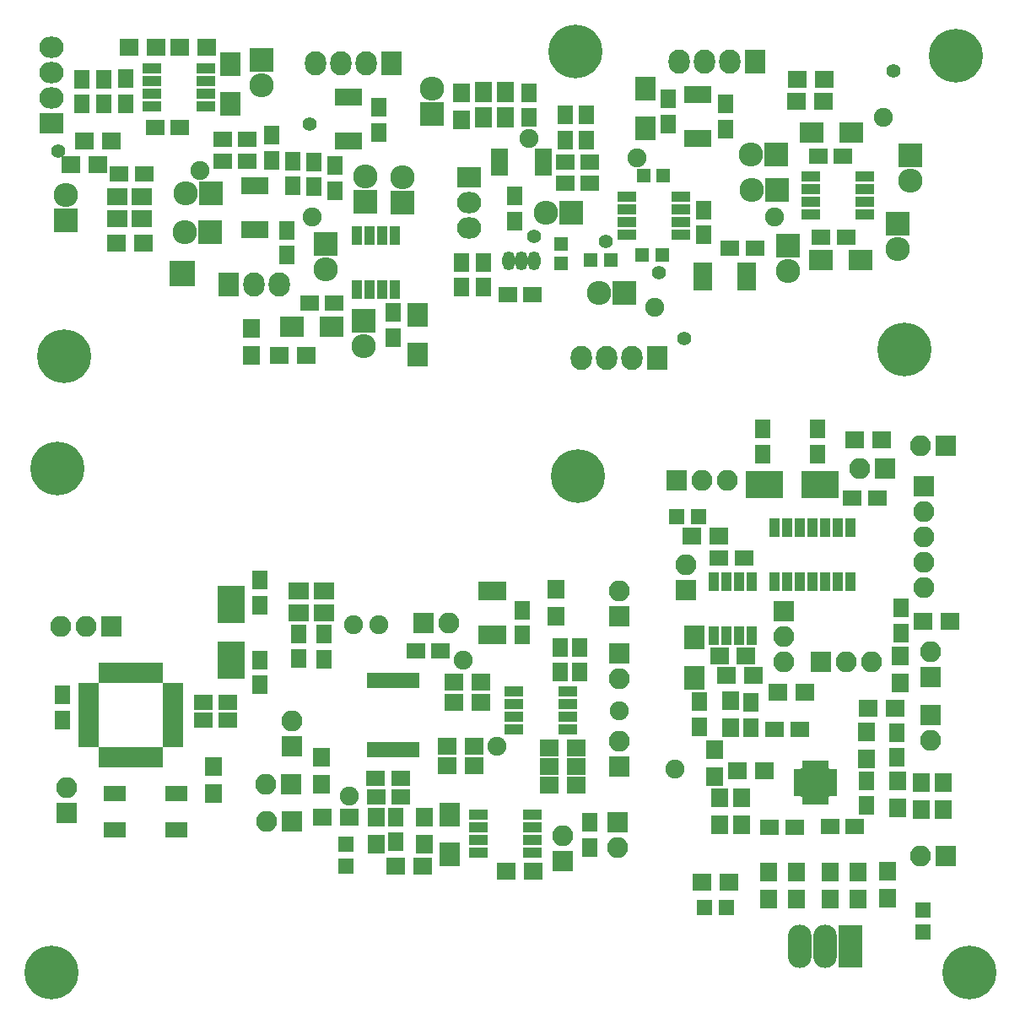
<source format=gbr>
G04 #@! TF.FileFunction,Soldermask,Top*
%FSLAX46Y46*%
G04 Gerber Fmt 4.6, Leading zero omitted, Abs format (unit mm)*
G04 Created by KiCad (PCBNEW 4.0.6) date 05/22/17 18:05:56*
%MOMM*%
%LPD*%
G01*
G04 APERTURE LIST*
%ADD10C,0.100000*%
%ADD11C,5.400000*%
%ADD12C,1.000000*%
%ADD13R,2.432000X2.432000*%
%ADD14O,2.432000X2.432000*%
%ADD15R,1.950000X1.000000*%
%ADD16R,1.650000X1.900000*%
%ADD17R,2.000000X1.800000*%
%ADD18R,1.800000X2.000000*%
%ADD19R,1.700000X1.900000*%
%ADD20R,1.900000X1.700000*%
%ADD21R,1.000000X1.950000*%
%ADD22R,1.850000X0.850000*%
%ADD23C,1.900000*%
%ADD24R,0.700000X1.800000*%
%ADD25R,1.800000X0.700000*%
%ADD26R,1.400000X1.400000*%
%ADD27O,1.299160X1.901140*%
%ADD28C,1.400000*%
%ADD29R,2.635200X2.635200*%
%ADD30R,2.127200X2.432000*%
%ADD31O,2.127200X2.432000*%
%ADD32R,2.432000X2.127200*%
%ADD33O,2.432000X2.127200*%
%ADD34R,1.900000X1.650000*%
%ADD35R,2.000000X2.400000*%
%ADD36R,2.400000X2.000000*%
%ADD37R,0.800000X1.600000*%
%ADD38R,2.100000X2.100000*%
%ADD39O,2.100000X2.100000*%
%ADD40R,2.200000X1.500000*%
%ADD41R,0.850000X1.850000*%
%ADD42R,2.800000X3.725000*%
%ADD43R,1.600000X1.600000*%
%ADD44R,2.000000X0.950000*%
%ADD45R,0.950000X2.000000*%
%ADD46R,1.000000X1.900000*%
%ADD47R,0.650000X0.900000*%
%ADD48R,0.900000X0.650000*%
%ADD49R,2.900000X2.900000*%
%ADD50R,2.380000X4.360000*%
%ADD51O,2.380000X4.360000*%
%ADD52R,3.725000X2.800000*%
G04 APERTURE END LIST*
D10*
D11*
X91690300Y-42468600D03*
D12*
X93565300Y-42468600D03*
X93016125Y-43794425D03*
X91690300Y-44343600D03*
X90364475Y-43794425D03*
X89815300Y-42468600D03*
X90364475Y-41142775D03*
X91690300Y-40593600D03*
X93016125Y-41142775D03*
D13*
X70560000Y-57580000D03*
D14*
X70560000Y-55040000D03*
D15*
X49150000Y-44195000D03*
X49150000Y-45465000D03*
X49150000Y-46735000D03*
X49150000Y-48005000D03*
X54550000Y-48005000D03*
X54550000Y-46735000D03*
X54550000Y-45465000D03*
X54550000Y-44195000D03*
D16*
X104540000Y-60850000D03*
X104540000Y-58350000D03*
D17*
X45684560Y-57053520D03*
X45684560Y-59253520D03*
X48184560Y-57053520D03*
X48184560Y-59253520D03*
D18*
X84660000Y-46530000D03*
X82460000Y-46530000D03*
X84660000Y-49030000D03*
X82460000Y-49030000D03*
D19*
X59190000Y-72960000D03*
X59190000Y-70260000D03*
D20*
X45130000Y-51450000D03*
X42430000Y-51450000D03*
X113820000Y-47440000D03*
X116520000Y-47440000D03*
X41070000Y-53810000D03*
X43770000Y-53810000D03*
X116600000Y-45250000D03*
X113900000Y-45250000D03*
X64620000Y-72940000D03*
X61920000Y-72940000D03*
D21*
X73575000Y-60960000D03*
X72305000Y-60960000D03*
X71035000Y-60960000D03*
X69765000Y-60960000D03*
X69765000Y-66360000D03*
X71035000Y-66360000D03*
X72305000Y-66360000D03*
X73575000Y-66360000D03*
D15*
X115280000Y-55035000D03*
X115280000Y-56305000D03*
X115280000Y-57575000D03*
X115280000Y-58845000D03*
X120680000Y-58845000D03*
X120680000Y-57575000D03*
X120680000Y-56305000D03*
X120680000Y-55035000D03*
D22*
X108870000Y-65975000D03*
X108870000Y-65325000D03*
X108870000Y-64675000D03*
X108870000Y-64025000D03*
X104470000Y-64025000D03*
X104470000Y-64675000D03*
X104470000Y-65325000D03*
X104470000Y-65975000D03*
D23*
X54000000Y-54410000D03*
X87030000Y-51160000D03*
X65260000Y-59050000D03*
X97860000Y-53150000D03*
X99610000Y-68080000D03*
X122610000Y-49090000D03*
X111630000Y-59080000D03*
D24*
X67880000Y-51470000D03*
X68380000Y-51470000D03*
X68880000Y-51470000D03*
X69380000Y-51470000D03*
X69880000Y-51470000D03*
X69880000Y-47070000D03*
X69380000Y-47070000D03*
X68880000Y-47070000D03*
X68380000Y-47070000D03*
X67880000Y-47070000D03*
X60492320Y-55953520D03*
X59992320Y-55953520D03*
X59492320Y-55953520D03*
X58992320Y-55953520D03*
X58492320Y-55953520D03*
X58492320Y-60353520D03*
X58992320Y-60353520D03*
X59492320Y-60353520D03*
X59992320Y-60353520D03*
X60492320Y-60353520D03*
X102930000Y-51160000D03*
X103430000Y-51160000D03*
X103930000Y-51160000D03*
X104430000Y-51160000D03*
X104930000Y-51160000D03*
X104930000Y-46760000D03*
X104430000Y-46760000D03*
X103930000Y-46760000D03*
X103430000Y-46760000D03*
X102930000Y-46760000D03*
D25*
X88440000Y-54570000D03*
X88440000Y-54070000D03*
X88440000Y-53570000D03*
X88440000Y-53070000D03*
X88440000Y-52570000D03*
X84040000Y-52570000D03*
X84040000Y-53070000D03*
X84040000Y-53570000D03*
X84040000Y-54070000D03*
X84040000Y-54570000D03*
D26*
X100490000Y-54890000D03*
X98490000Y-54890000D03*
X100360000Y-62850000D03*
X98360000Y-62850000D03*
X90260000Y-61750000D03*
X90260000Y-63750000D03*
D15*
X96820000Y-56995000D03*
X96820000Y-58265000D03*
X96820000Y-59535000D03*
X96820000Y-60805000D03*
X102220000Y-60805000D03*
X102220000Y-59535000D03*
X102220000Y-58265000D03*
X102220000Y-56995000D03*
D27*
X86220000Y-63500000D03*
X87490000Y-63500000D03*
X84950000Y-63500000D03*
D26*
X93200000Y-63360000D03*
X95200000Y-63360000D03*
D28*
X39740000Y-52460000D03*
X123570000Y-44380000D03*
X102610000Y-71280000D03*
X87550000Y-61050000D03*
X94720000Y-61510000D03*
X100070000Y-64660000D03*
X64980000Y-49780000D03*
D29*
X52220300Y-64749900D03*
D30*
X73210000Y-43620000D03*
D31*
X70670000Y-43620000D03*
X68130000Y-43620000D03*
X65590000Y-43620000D03*
D30*
X109740000Y-43460000D03*
D31*
X107200000Y-43460000D03*
X104660000Y-43460000D03*
X102120000Y-43460000D03*
D30*
X56870000Y-65810000D03*
D31*
X59410000Y-65810000D03*
X61950000Y-65810000D03*
D32*
X80970000Y-55060000D03*
D33*
X80970000Y-57600000D03*
X80970000Y-60140000D03*
D20*
X48312500Y-61673960D03*
X45612500Y-61673960D03*
D19*
X80200000Y-49320000D03*
X80200000Y-46620000D03*
D16*
X71900000Y-50580000D03*
X71900000Y-48080000D03*
D34*
X67490000Y-67710000D03*
X64990000Y-67710000D03*
X58770000Y-53460000D03*
X56270000Y-53460000D03*
D16*
X73410000Y-71150000D03*
X73410000Y-68650000D03*
X67510000Y-53940000D03*
X67510000Y-56440000D03*
X65400000Y-53550000D03*
X65400000Y-56050000D03*
X61170000Y-53360000D03*
X61170000Y-50860000D03*
X63270000Y-53460000D03*
X63270000Y-55960000D03*
X62670000Y-60410000D03*
X62670000Y-62910000D03*
X106740000Y-50240000D03*
X106740000Y-47740000D03*
D34*
X118820000Y-61060000D03*
X116320000Y-61060000D03*
X116030000Y-53000000D03*
X118530000Y-53000000D03*
D16*
X92790000Y-51350000D03*
X92790000Y-48850000D03*
X90630000Y-51340000D03*
X90630000Y-48840000D03*
X100940000Y-49740000D03*
X100940000Y-47240000D03*
D35*
X98670000Y-50210000D03*
X98670000Y-46210000D03*
D34*
X90610000Y-53530000D03*
X93110000Y-53530000D03*
X93110000Y-55650000D03*
X90610000Y-55650000D03*
X45887760Y-54719440D03*
X48387760Y-54719440D03*
D16*
X86990000Y-46580000D03*
X86990000Y-49080000D03*
X85580000Y-56960000D03*
X85580000Y-59460000D03*
D34*
X107180000Y-62160000D03*
X109680000Y-62160000D03*
D16*
X42160000Y-47720000D03*
X42160000Y-45220000D03*
X44350000Y-47720000D03*
X44350000Y-45220000D03*
X80240000Y-63600000D03*
X80240000Y-66100000D03*
X82410000Y-63610000D03*
X82410000Y-66110000D03*
D34*
X87380000Y-66830000D03*
X84880000Y-66830000D03*
D13*
X74300000Y-57610000D03*
D14*
X74300000Y-55070000D03*
D13*
X111840000Y-52770000D03*
D14*
X109300000Y-52770000D03*
D13*
X111860000Y-56350000D03*
D14*
X109320000Y-56350000D03*
D13*
X96610000Y-66700000D03*
D14*
X94070000Y-66700000D03*
D13*
X66570000Y-61810000D03*
D14*
X66570000Y-64350000D03*
D13*
X125250000Y-52850000D03*
D14*
X125250000Y-55390000D03*
D13*
X91210000Y-58600000D03*
D14*
X88670000Y-58600000D03*
D13*
X55042240Y-60571600D03*
D14*
X52502240Y-60571600D03*
D13*
X55123520Y-56670160D03*
D14*
X52583520Y-56670160D03*
D13*
X113040000Y-61930000D03*
D14*
X113040000Y-64470000D03*
D13*
X70430000Y-69500000D03*
D14*
X70430000Y-72040000D03*
D13*
X124010000Y-59770000D03*
D14*
X124010000Y-62310000D03*
D13*
X40543920Y-59413360D03*
D14*
X40543920Y-56873360D03*
D13*
X77290000Y-48750000D03*
D14*
X77290000Y-46210000D03*
D13*
X60160000Y-43320000D03*
D14*
X60160000Y-45860000D03*
D32*
X39110000Y-49690000D03*
D33*
X39110000Y-47150000D03*
X39110000Y-44610000D03*
X39110000Y-42070000D03*
D16*
X46570000Y-47700000D03*
X46570000Y-45200000D03*
D36*
X63180000Y-70080000D03*
X67180000Y-70080000D03*
D35*
X75810000Y-72870000D03*
X75810000Y-68870000D03*
D34*
X58770000Y-51310000D03*
X56270000Y-51310000D03*
D35*
X57020000Y-47720000D03*
X57020000Y-43720000D03*
D36*
X116280000Y-63420000D03*
X120280000Y-63420000D03*
X115380000Y-50570000D03*
X119380000Y-50570000D03*
D30*
X99850000Y-73190000D03*
D31*
X97310000Y-73190000D03*
X94770000Y-73190000D03*
X92230000Y-73190000D03*
D34*
X51980000Y-50050000D03*
X49480000Y-50050000D03*
D20*
X46910000Y-42020000D03*
X49610000Y-42020000D03*
X51970000Y-42040000D03*
X54670000Y-42040000D03*
D37*
X75639800Y-105555200D03*
X74989800Y-105555200D03*
X74339800Y-105555200D03*
X73689800Y-105555200D03*
X73039800Y-105555200D03*
X72389800Y-105555200D03*
X71739800Y-105555200D03*
X71089800Y-105555200D03*
X71089800Y-112455200D03*
X71739800Y-112455200D03*
X72389800Y-112455200D03*
X73039800Y-112455200D03*
X73689800Y-112455200D03*
X74339800Y-112455200D03*
X74989800Y-112455200D03*
X75639800Y-112455200D03*
D34*
X75645400Y-102540900D03*
X78145400Y-102540900D03*
D16*
X92059200Y-104705300D03*
X92059200Y-102205300D03*
X90116100Y-104705300D03*
X90116100Y-102205300D03*
X86356900Y-100996900D03*
X86356900Y-98496900D03*
X40167000Y-109505900D03*
X40167000Y-107005900D03*
D34*
X54296700Y-107735200D03*
X56796700Y-107735200D03*
X54296700Y-109513200D03*
X56796700Y-109513200D03*
D16*
X59972650Y-103494350D03*
X59972650Y-105994350D03*
X60023450Y-97980650D03*
X60023450Y-95480650D03*
X93100600Y-119782100D03*
X93100600Y-122282100D03*
X73644200Y-119236000D03*
X73644200Y-121736000D03*
X63903300Y-103371800D03*
X63903300Y-100871800D03*
D34*
X74132200Y-115406000D03*
X71632200Y-115406000D03*
D38*
X96034300Y-114161400D03*
D39*
X96034300Y-111621400D03*
D38*
X96034300Y-99111900D03*
D39*
X96034300Y-96571900D03*
D38*
X63192100Y-119711300D03*
D39*
X60652100Y-119711300D03*
D38*
X63166700Y-115990200D03*
D39*
X60626700Y-115990200D03*
D38*
X95869200Y-119749400D03*
D39*
X95869200Y-122289400D03*
D20*
X89045500Y-114174100D03*
X91745500Y-114174100D03*
X91707400Y-112281800D03*
X89007400Y-112281800D03*
X68987100Y-119228700D03*
X66287100Y-119228700D03*
D19*
X66202000Y-113268600D03*
X66202000Y-115968600D03*
D20*
X82169700Y-105741300D03*
X79469700Y-105741300D03*
X79469700Y-107735200D03*
X82169700Y-107735200D03*
X89032800Y-116079100D03*
X91732800Y-116079100D03*
X78834700Y-114085200D03*
X81534700Y-114085200D03*
X81522000Y-112129400D03*
X78822000Y-112129400D03*
D19*
X89735100Y-99103000D03*
X89735100Y-96403000D03*
X55356200Y-114183000D03*
X55356200Y-116883000D03*
D40*
X51598200Y-116870700D03*
X45398200Y-116870700D03*
X45398200Y-120570700D03*
X51598200Y-120570700D03*
D15*
X85498400Y-106643000D03*
X85498400Y-107913000D03*
X85498400Y-109183000D03*
X85498400Y-110453000D03*
X90898400Y-110453000D03*
X90898400Y-109183000D03*
X90898400Y-107913000D03*
X90898400Y-106643000D03*
D41*
X82352950Y-101000750D03*
X83002950Y-101000750D03*
X83652950Y-101000750D03*
X84302950Y-101000750D03*
X84302950Y-96600750D03*
X83652950Y-96600750D03*
X83002950Y-96600750D03*
X82352950Y-96600750D03*
D17*
X66410600Y-96551400D03*
X63910600Y-96551400D03*
X66410600Y-98751400D03*
X63910600Y-98751400D03*
D23*
X80438700Y-103531500D03*
X71929700Y-99975500D03*
X96034300Y-108624200D03*
X69402400Y-99962800D03*
X83829600Y-112180200D03*
X68983300Y-117184000D03*
D42*
X57140550Y-103480950D03*
X57140550Y-97955950D03*
D34*
X71644900Y-117234800D03*
X74144900Y-117234800D03*
D38*
X63179400Y-112154800D03*
D39*
X63179400Y-109614800D03*
D16*
X66392500Y-100897200D03*
X66392500Y-103397200D03*
D19*
X71650300Y-119237600D03*
X71650300Y-121937600D03*
D15*
X87329700Y-122797400D03*
X87329700Y-121527400D03*
X87329700Y-120257400D03*
X87329700Y-118987400D03*
X81929700Y-118987400D03*
X81929700Y-120257400D03*
X81929700Y-121527400D03*
X81929700Y-122797400D03*
D38*
X45056500Y-100140600D03*
D39*
X42516500Y-100140600D03*
X39976500Y-100140600D03*
D38*
X40624200Y-118796900D03*
D39*
X40624200Y-116256900D03*
D43*
X68653100Y-121938700D03*
X68653100Y-124138700D03*
D44*
X51313100Y-111805200D03*
X51313100Y-111005200D03*
X51313100Y-110205200D03*
X51313100Y-109405200D03*
X51313100Y-108605200D03*
X51313100Y-107805200D03*
X51313100Y-107005200D03*
X51313100Y-106205200D03*
D45*
X49863100Y-104755200D03*
X49063100Y-104755200D03*
X48263100Y-104755200D03*
X47463100Y-104755200D03*
X46663100Y-104755200D03*
X45863100Y-104755200D03*
X45063100Y-104755200D03*
X44263100Y-104755200D03*
D44*
X42813100Y-106205200D03*
X42813100Y-107005200D03*
X42813100Y-107805200D03*
X42813100Y-108605200D03*
X42813100Y-109405200D03*
X42813100Y-110205200D03*
X42813100Y-111005200D03*
X42813100Y-111805200D03*
D45*
X44263100Y-113255200D03*
X45063100Y-113255200D03*
X45863100Y-113255200D03*
X46663100Y-113255200D03*
X47463100Y-113255200D03*
X48263100Y-113255200D03*
X49063100Y-113255200D03*
X49863100Y-113255200D03*
D38*
X76438200Y-99810400D03*
D39*
X78978200Y-99810400D03*
D38*
X96034300Y-102807600D03*
D39*
X96034300Y-105347600D03*
D35*
X79054400Y-122994000D03*
X79054400Y-118994000D03*
D20*
X84689400Y-124702400D03*
X87389400Y-124702400D03*
X73653100Y-124130900D03*
X76353100Y-124130900D03*
D19*
X76527100Y-121937600D03*
X76527100Y-119237600D03*
D38*
X90357400Y-123635600D03*
D39*
X90357400Y-121095600D03*
D46*
X119298300Y-90210900D03*
X118028300Y-90210900D03*
X116758300Y-90210900D03*
X115488300Y-90210900D03*
X114218300Y-90210900D03*
X112948300Y-90210900D03*
X111678300Y-90210900D03*
X111678300Y-95610900D03*
X112948300Y-95610900D03*
X114218300Y-95610900D03*
X115488300Y-95610900D03*
X116758300Y-95610900D03*
X118028300Y-95610900D03*
X119298300Y-95610900D03*
D20*
X110615300Y-114627900D03*
X107915300Y-114627900D03*
D47*
X114751700Y-117548900D03*
X115251700Y-117548900D03*
X115751700Y-117548900D03*
X116251700Y-117548900D03*
X116751700Y-117548900D03*
D48*
X117501700Y-116798900D03*
D49*
X115751700Y-115798900D03*
D48*
X117501700Y-116298900D03*
X117501700Y-115798900D03*
X117501700Y-115298900D03*
X117501700Y-114798900D03*
D47*
X116751700Y-114048900D03*
X116251700Y-114048900D03*
X115751700Y-114048900D03*
X115251700Y-114048900D03*
X114751700Y-114048900D03*
D48*
X114001700Y-114798900D03*
X114001700Y-115298900D03*
X114001700Y-115798900D03*
X114001700Y-116298900D03*
X114001700Y-116798900D03*
D43*
X126569050Y-128583750D03*
X126569050Y-130783750D03*
D34*
X117210100Y-120190500D03*
X119710100Y-120190500D03*
D16*
X120847700Y-115587700D03*
X120847700Y-118087700D03*
X123921100Y-110761700D03*
X123921100Y-113261700D03*
D34*
X114172900Y-110436900D03*
X111672900Y-110436900D03*
D16*
X109316100Y-110264500D03*
X109316100Y-107764500D03*
X104109100Y-107662900D03*
X104109100Y-110162900D03*
D34*
X111164900Y-120292100D03*
X113664900Y-120292100D03*
D19*
X120060300Y-124758700D03*
X120060300Y-127458700D03*
X111068700Y-124733300D03*
X111068700Y-127433300D03*
X113862700Y-127458700D03*
X113862700Y-124758700D03*
X117215500Y-127433300D03*
X117215500Y-124733300D03*
X122955900Y-127407900D03*
X122955900Y-124707900D03*
X126410300Y-118467100D03*
X126410300Y-115767100D03*
X123997300Y-118340100D03*
X123997300Y-115640100D03*
X120898500Y-113412500D03*
X120898500Y-110712500D03*
D20*
X121047100Y-108379500D03*
X123747100Y-108379500D03*
D19*
X107284100Y-110313700D03*
X107284100Y-107613700D03*
X106115700Y-120041900D03*
X106115700Y-117341900D03*
X108376300Y-117341900D03*
X108376300Y-120041900D03*
X105607700Y-115165100D03*
X105607700Y-112465100D03*
X128582000Y-115830600D03*
X128582000Y-118530600D03*
D50*
X119298300Y-132204700D03*
D51*
X116758300Y-132204700D03*
X114218300Y-132204700D03*
D20*
X104340300Y-125768600D03*
X107040300Y-125768600D03*
D34*
X106060300Y-93228600D03*
X108560300Y-93228600D03*
D16*
X124327500Y-98277600D03*
X124327500Y-100777600D03*
X115970900Y-82819800D03*
X115970900Y-80319800D03*
X110497200Y-82819800D03*
X110497200Y-80319800D03*
D34*
X119445300Y-87272100D03*
X121945300Y-87272100D03*
D43*
X106810300Y-128278600D03*
X104610300Y-128278600D03*
X101850300Y-89158600D03*
X104050300Y-89158600D03*
D38*
X128848700Y-123136900D03*
D39*
X126308700Y-123136900D03*
D38*
X128848700Y-82014300D03*
D39*
X126308700Y-82014300D03*
D38*
X127337400Y-105204500D03*
D39*
X127337400Y-102664500D03*
D38*
X126613500Y-86091000D03*
D39*
X126613500Y-88631000D03*
X126613500Y-91171000D03*
X126613500Y-93711000D03*
X126613500Y-96251000D03*
D20*
X114666600Y-106753900D03*
X111966600Y-106753900D03*
D19*
X124289400Y-103067100D03*
X124289400Y-105767100D03*
D20*
X126571600Y-99641900D03*
X129271600Y-99641900D03*
X106043300Y-91082100D03*
X103343300Y-91082100D03*
X119700900Y-81442800D03*
X122400900Y-81442800D03*
D52*
X116193400Y-85875100D03*
X110668400Y-85875100D03*
D38*
X112600300Y-98608600D03*
D39*
X112600300Y-101148600D03*
X112600300Y-103688600D03*
D21*
X109375300Y-95618600D03*
X108105300Y-95618600D03*
X106835300Y-95618600D03*
X105565300Y-95618600D03*
X105565300Y-101018600D03*
X106835300Y-101018600D03*
X108105300Y-101018600D03*
X109375300Y-101018600D03*
D38*
X122701900Y-84325700D03*
D39*
X120161900Y-84325700D03*
D38*
X102720300Y-96478600D03*
D39*
X102720300Y-93938600D03*
D38*
X127350100Y-109039900D03*
D39*
X127350100Y-111579900D03*
D38*
X101800300Y-85478600D03*
D39*
X104340300Y-85478600D03*
X106880300Y-85478600D03*
D38*
X116326500Y-103693200D03*
D39*
X118866500Y-103693200D03*
X121406500Y-103693200D03*
D20*
X106100300Y-103108600D03*
X108800300Y-103108600D03*
X106820300Y-105068600D03*
X109520300Y-105068600D03*
D23*
X101630300Y-114418600D03*
D35*
X103630300Y-101258600D03*
X103630300Y-105258600D03*
D11*
X129890300Y-42918600D03*
D12*
X131765300Y-42918600D03*
X131216125Y-44244425D03*
X129890300Y-44793600D03*
X128564475Y-44244425D03*
X128015300Y-42918600D03*
X128564475Y-41592775D03*
X129890300Y-41043600D03*
X131216125Y-41592775D03*
D11*
X40350300Y-73038600D03*
D12*
X42225300Y-73038600D03*
X41676125Y-74364425D03*
X40350300Y-74913600D03*
X39024475Y-74364425D03*
X38475300Y-73038600D03*
X39024475Y-71712775D03*
X40350300Y-71163600D03*
X41676125Y-71712775D03*
D11*
X39060300Y-134838600D03*
D12*
X40935300Y-134838600D03*
X40386125Y-136164425D03*
X39060300Y-136713600D03*
X37734475Y-136164425D03*
X37185300Y-134838600D03*
X37734475Y-133512775D03*
X39060300Y-132963600D03*
X40386125Y-133512775D03*
D11*
X124710300Y-72388600D03*
D12*
X126585300Y-72388600D03*
X126036125Y-73714425D03*
X124710300Y-74263600D03*
X123384475Y-73714425D03*
X122835300Y-72388600D03*
X123384475Y-71062775D03*
X124710300Y-70513600D03*
X126036125Y-71062775D03*
D11*
X91950300Y-85088600D03*
D12*
X93825300Y-85088600D03*
X93276125Y-86414425D03*
X91950300Y-86963600D03*
X90624475Y-86414425D03*
X90075300Y-85088600D03*
X90624475Y-83762775D03*
X91950300Y-83213600D03*
X93276125Y-83762775D03*
D11*
X39710300Y-84328600D03*
D12*
X41585300Y-84328600D03*
X41036125Y-85654425D03*
X39710300Y-86203600D03*
X38384475Y-85654425D03*
X37835300Y-84328600D03*
X38384475Y-83002775D03*
X39710300Y-82453600D03*
X41036125Y-83002775D03*
D11*
X131170300Y-134858600D03*
D12*
X133045300Y-134858600D03*
X132496125Y-136184425D03*
X131170300Y-136733600D03*
X129844475Y-136184425D03*
X129295300Y-134858600D03*
X129844475Y-133532775D03*
X131170300Y-132983600D03*
X132496125Y-133532775D03*
M02*

</source>
